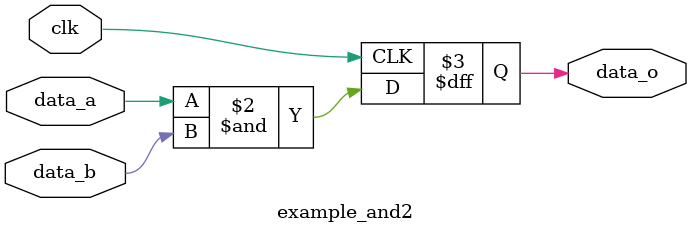
<source format=v>

module example_and2 (
	input clk,
    input wire data_a,
    input wire data_b,
    output reg data_o
);

	always @ (posedge clk) begin
		data_o <= data_a & data_b;
	end

endmodule

</source>
